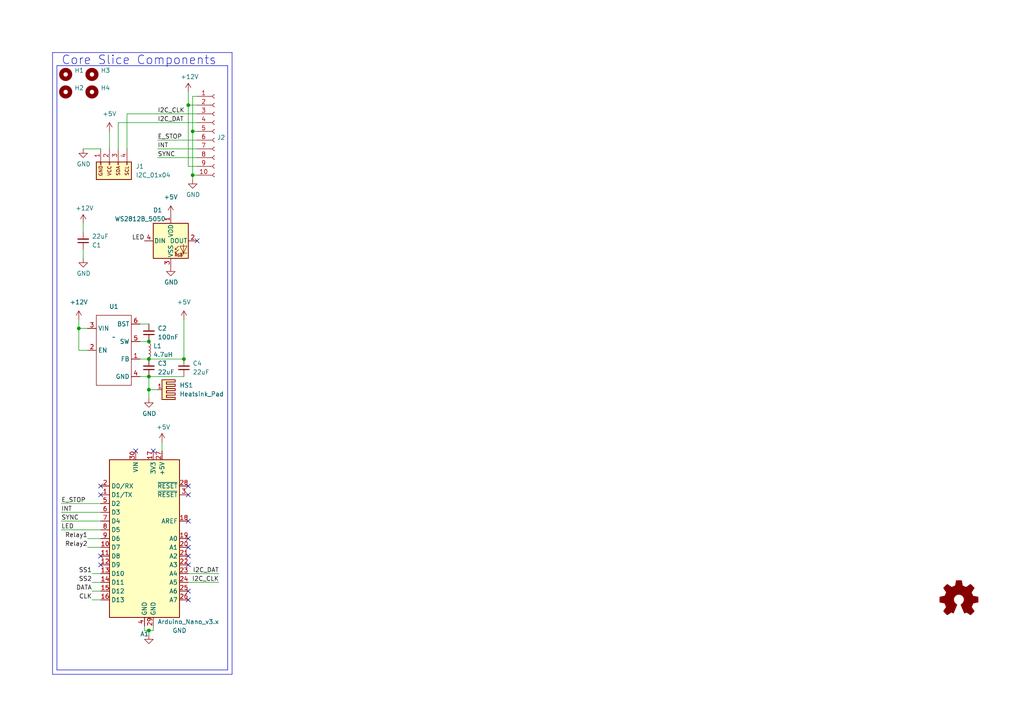
<source format=kicad_sch>
(kicad_sch (version 20231120) (generator "eeschema") (generator_version "8.0")
  (paper "A4")
  (lib_symbols
    (symbol "Connector:Conn_01x10_Female" (pin_names (offset 1.016) hide)
      (property "Reference" "J" (at 0 12.7 0))
      (property "Value" "Conn_01x10_Female" (at 0 -15.24 0))
      (symbol "Conn_01x10_Female_1_1"
        (arc (start 0 -12.192) (mid -0.5058 -12.7) (end 0 -13.208) (stroke (width 0.1524)))
        (arc (start 0 -9.652) (mid -0.5058 -10.16) (end 0 -10.668) (stroke (width 0.1524)))
        (arc (start 0 -7.112) (mid -0.5058 -7.62) (end 0 -8.128) (stroke (width 0.1524)))
        (arc (start 0 -4.572) (mid -0.5058 -5.08) (end 0 -5.588) (stroke (width 0.1524)))
        (arc (start 0 -2.032) (mid -0.5058 -2.54) (end 0 -3.048) (stroke (width 0.1524)))
        (polyline (pts (xy -1.27 -12.7) (xy -0.508 -12.7)) (stroke (width 0.1524)))
        (polyline (pts (xy -1.27 -10.16) (xy -0.508 -10.16)) (stroke (width 0.1524)))
        (polyline (pts (xy -1.27 -7.62) (xy -0.508 -7.62)) (stroke (width 0.1524)))
        (polyline (pts (xy -1.27 -5.08) (xy -0.508 -5.08)) (stroke (width 0.1524)))
        (polyline (pts (xy -1.27 -2.54) (xy -0.508 -2.54)) (stroke (width 0.1524)))
        (polyline (pts (xy -1.27 0) (xy -0.508 0)) (stroke (width 0.1524)))
        (polyline (pts (xy -1.27 2.54) (xy -0.508 2.54)) (stroke (width 0.1524)))
        (polyline (pts (xy -1.27 5.08) (xy -0.508 5.08)) (stroke (width 0.1524)))
        (polyline (pts (xy -1.27 7.62) (xy -0.508 7.62)) (stroke (width 0.1524)))
        (polyline (pts (xy -1.27 10.16) (xy -0.508 10.16)) (stroke (width 0.1524)))
        (arc (start 0 0.508) (mid -0.5058 0) (end 0 -0.508) (stroke (width 0.1524)))
        (arc (start 0 3.048) (mid -0.5058 2.54) (end 0 2.032) (stroke (width 0.1524)))
        (arc (start 0 5.588) (mid -0.5058 5.08) (end 0 4.572) (stroke (width 0.1524)))
        (arc (start 0 8.128) (mid -0.5058 7.62) (end 0 7.112) (stroke (width 0.1524)))
        (arc (start 0 10.668) (mid -0.5058 10.16) (end 0 9.652) (stroke (width 0.1524)))
        (pin passive line (at -5.08 10.16 0) (length 3.81) (name "Pin_1") (number "1"))
        (pin passive line (at -5.08 -12.7 0) (length 3.81) (name "Pin_10") (number "10"))
        (pin passive line (at -5.08 7.62 0) (length 3.81) (name "Pin_2") (number "2"))
        (pin passive line (at -5.08 5.08 0) (length 3.81) (name "Pin_3") (number "3"))
        (pin passive line (at -5.08 2.54 0) (length 3.81) (name "Pin_4") (number "4"))
        (pin passive line (at -5.08 0 0) (length 3.81) (name "Pin_5") (number "5"))
        (pin passive line (at -5.08 -2.54 0) (length 3.81) (name "Pin_6") (number "6"))
        (pin passive line (at -5.08 -5.08 0) (length 3.81) (name "Pin_7") (number "7"))
        (pin passive line (at -5.08 -7.62 0) (length 3.81) (name "Pin_8") (number "8"))
        (pin passive line (at -5.08 -10.16 0) (length 3.81) (name "Pin_9") (number "9"))
      )
    )
    (symbol "Device:C_Small" (pin_numbers hide) (pin_names (offset 0.254) hide)
      (property "Reference" "C" (at 0.254 1.778 0))
      (property "Value" "C_Small" (at 0.254 -2.032 0))
      (symbol "C_Small_0_1"
        (polyline (pts (xy -1.524 -0.508) (xy 1.524 -0.508)) (stroke (width 0.3302)))
        (polyline (pts (xy -1.524 0.508) (xy 1.524 0.508)) (stroke (width 0.3048)))
      )
      (symbol "C_Small_1_1"
        (pin passive line (at 0 2.54 270) (length 2.032) (name "~") (number "1"))
        (pin passive line (at 0 -2.54 90) (length 2.032) (name "~") (number "2"))
      )
    )
    (symbol "Device:L_Small" (pin_numbers hide) (pin_names (offset 0.254) hide)
      (property "Reference" "L" (at 0.762 1.016 0))
      (property "Value" "L_Small" (at 0.762 -1.016 0))
      (symbol "L_Small_0_1"
        (arc (start 0 -2.032) (mid 0.5058 -1.524) (end 0 -1.016))
        (arc (start 0 -1.016) (mid 0.5058 -0.508) (end 0 0))
        (arc (start 0 0) (mid 0.5058 0.508) (end 0 1.016))
        (arc (start 0 1.016) (mid 0.5058 1.524) (end 0 2.032))
      )
      (symbol "L_Small_1_1"
        (pin passive line (at 0 2.54 270) (length 0.508) (name "~") (number "1"))
        (pin passive line (at 0 -2.54 90) (length 0.508) (name "~") (number "2"))
      )
    )
    (symbol "Graphic:Logo_Open_Hardware_Small" (pin_names (offset 1.016))
      (symbol "Logo_Open_Hardware_Small_0_1"
        (polyline (pts (xy 3.3528 -4.3434) (xy 3.302 -4.318) (xy 3.175 -4.2418) (xy 2.9972 -4.1148) (xy 2.7686 -3.9624) (xy 2.54 -3.81) (xy 2.3622 -3.7084) (xy 2.2352 -3.6068) (xy 2.1844 -3.5814) (xy 2.159 -3.6068) (xy 2.0574 -3.6576) (xy 1.905 -3.7338) (xy 1.8034 -3.7846) (xy 1.6764 -3.8354) (xy 1.6002 -3.8354) (xy 1.6002 -3.8354) (xy 1.5494 -3.7338) (xy 1.4732 -3.5306) (xy 1.3462 -3.302) (xy 1.2446 -3.0226) (xy 1.1176 -2.7178) (xy 0.9652 -2.413) (xy 0.8636 -2.1082) (xy 0.7366 -1.8288) (xy 0.6604 -1.6256) (xy 0.6096 -1.4732) (xy 0.5842 -1.397) (xy 0.5842 -1.397) (xy 0.6604 -1.3208) (xy 0.7874 -1.2446) (xy 1.0414 -1.016) (xy 1.2954 -0.6858) (xy 1.4478 -0.3302) (xy 1.524 0.0762) (xy 1.4732 0.4572) (xy 1.3208 0.8128) (xy 1.0668 1.143) (xy 0.762 1.3716) (xy 0.4064 1.524) (xy 0 1.5748) (xy -0.381 1.5494) (xy -0.7366 1.397) (xy -1.0668 1.143) (xy -1.2192 0.9906) (xy -1.397 0.6604) (xy -1.524 0.3048) (xy -1.524 0.2286) (xy -1.4986 -0.1778) (xy -1.397 -0.5334) (xy -1.1938 -0.8636) (xy -0.9144 -1.143) (xy -0.8636 -1.1684) (xy -0.7366 -1.27) (xy -0.635 -1.3462) (xy -0.5842 -1.397) (xy -1.0668 -2.5908) (xy -1.143 -2.794) (xy -1.2954 -3.1242) (xy -1.397 -3.4036) (xy -1.4986 -3.6322) (xy -1.5748 -3.7846) (xy -1.6002 -3.8354) (xy -1.6002 -3.8354) (xy -1.651 -3.8354) (xy -1.7272 -3.81) (xy -1.905 -3.7338) (xy -2.0066 -3.683) (xy -2.1336 -3.6068) (xy -2.2098 -3.5814) (xy -2.2606 -3.6068) (xy -2.3622 -3.683) (xy -2.54 -3.81) (xy -2.7686 -3.9624) (xy -2.9718 -4.0894) (xy -3.1496 -4.2164) (xy -3.302 -4.318) (xy -3.3528 -4.3434) (xy -3.3782 -4.3434) (xy -3.429 -4.318) (xy -3.5306 -4.2164) (xy -3.7084 -4.064) (xy -3.937 -3.8354) (xy -3.9624 -3.81) (xy -4.1656 -3.6068) (xy -4.318 -3.4544) (xy -4.4196 -3.3274) (xy -4.445 -3.2766) (xy -4.445 -3.2766) (xy -4.4196 -3.2258) (xy -4.318 -3.0734) (xy -4.2164 -2.8956) (xy -4.064 -2.667) (xy -3.6576 -2.0828) (xy -3.8862 -1.5494) (xy -3.937 -1.3716) (xy -4.0386 -1.1684) (xy -4.0894 -1.0414) (xy -4.1148 -0.9652) (xy -4.191 -0.9398) (xy -4.318 -0.9144) (xy -4.5466 -0.8636) (xy -4.8006 -0.8128) (xy -5.0546 -0.7874) (xy -5.2578 -0.7366) (xy -5.4356 -0.7112) (xy -5.5118 -0.6858) (xy -5.5118 -0.6858) (xy -5.5372 -0.635) (xy -5.5372 -0.5588) (xy -5.5372 -0.4318) (xy -5.5626 -0.2286) (xy -5.5626 0.0762) (xy -5.5626 0.127) (xy -5.5372 0.4064) (xy -5.5372 0.635) (xy -5.5372 0.762) (xy -5.5372 0.8382) (xy -5.5372 0.8382) (xy -5.461 0.8382) (xy -5.3086 0.889) (xy -5.08 0.9144) (xy -4.826 0.9652) (xy -4.8006 0.9906) (xy -4.5466 1.0414) (xy -4.318 1.0668) (xy -4.1656 1.1176) (xy -4.0894 1.143) (xy -4.0894 1.143) (xy -4.0386 1.2446) (xy -3.9624 1.4224) (xy -3.8608 1.6256) (xy -3.7846 1.8288) (xy -3.7084 2.0066) (xy -3.6576 2.159) (xy -3.6322 2.2098) (xy -3.6322 2.2098) (xy -3.683 2.286) (xy -3.7592 2.413) (xy -3.8862 2.5908) (xy -4.064 2.8194) (xy -4.064 2.8448) (xy -4.2164 3.0734) (xy -4.3434 3.2512) (xy -4.4196 3.3782) (xy -4.445 3.4544) (xy -4.445 3.4544) (xy -4.3942 3.5052) (xy -4.2926 3.6322) (xy -4.1148 3.81) (xy -3.937 4.0132) (xy -3.8608 4.064) (xy -3.6576 4.2926) (xy -3.5052 4.4196) (xy -3.4036 4.4958) (xy -3.3528 4.5212) (xy -3.3528 4.5212) (xy -3.302 4.4704) (xy -3.1496 4.3688) (xy -2.9718 4.2418) (xy -2.7432 4.0894) (xy -2.7178 4.0894) (xy -2.4892 3.937) (xy -2.3114 3.81) (xy -2.1844 3.7084) (xy -2.1336 3.683) (xy -2.1082 3.683) (xy -2.032 3.7084) (xy -1.8542 3.7592) (xy -1.6764 3.8354) (xy -1.4732 3.937) (xy -1.27 4.0132) (xy -1.143 4.064) (xy -1.0668 4.1148) (xy -1.0668 4.1148) (xy -1.0414 4.191) (xy -1.016 4.3434) (xy -0.9652 4.572) (xy -0.9144 4.8514) (xy -0.889 4.9022) (xy -0.8382 5.1562) (xy -0.8128 5.3848) (xy -0.7874 5.5372) (xy -0.762 5.588) (xy -0.7112 5.6134) (xy -0.5842 5.6134) (xy -0.4064 5.6134) (xy -0.1524 5.6134) (xy 0.0762 5.6134) (xy 0.3302 5.6134) (xy 0.5334 5.6134) (xy 0.6858 5.588) (xy 0.7366 5.588) (xy 0.7366 5.588) (xy 0.762 5.5118) (xy 0.8128 5.334) (xy 0.8382 5.1054) (xy 0.9144 4.826) (xy 0.9144 4.7752) (xy 0.9652 4.5212) (xy 1.016 4.2926) (xy 1.0414 4.1402) (xy 1.0668 4.0894) (xy 1.0668 4.0894) (xy 1.1938 4.0386) (xy 1.3716 3.9624) (xy 1.5748 3.8608) (xy 2.0828 3.6576) (xy 2.7178 4.0894) (xy 2.7686 4.1402) (xy 2.9972 4.2926) (xy 3.175 4.4196) (xy 3.302 4.4958) (xy 3.3782 4.5212) (xy 3.3782 4.5212) (xy 3.429 4.4704) (xy 3.556 4.3434) (xy 3.7338 4.191) (xy 3.9116 3.9878) (xy 4.064 3.8354) (xy 4.2418 3.6576) (xy 4.3434 3.556) (xy 4.4196 3.4798) (xy 4.4196 3.429) (xy 4.4196 3.4036) (xy 4.3942 3.3274) (xy 4.2926 3.2004) (xy 4.1656 2.9972) (xy 4.0132 2.794) (xy 3.8862 2.5908) (xy 3.7592 2.3876) (xy 3.6576 2.2352) (xy 3.6322 2.159) (xy 3.6322 2.1336) (xy 3.683 2.0066) (xy 3.7592 1.8288) (xy 3.8608 1.6002) (xy 4.064 1.1176) (xy 4.3942 1.0414) (xy 4.5974 1.016) (xy 4.8768 0.9652) (xy 5.1308 0.9144) (xy 5.5372 0.8382) (xy 5.5626 -0.6604) (xy 5.4864 -0.6858) (xy 5.4356 -0.6858) (xy 5.2832 -0.7366) (xy 5.0546 -0.762) (xy 4.8006 -0.8128) (xy 4.5974 -0.8636) (xy 4.3688 -0.9144) (xy 4.2164 -0.9398) (xy 4.1402 -0.9398) (xy 4.1148 -0.9652) (xy 4.064 -1.0668) (xy 3.9878 -1.2446) (xy 3.9116 -1.4478) (xy 3.81 -1.651) (xy 3.7338 -1.8542) (xy 3.683 -2.0066) (xy 3.6576 -2.0828) (xy 3.683 -2.1336) (xy 3.7846 -2.2606) (xy 3.8862 -2.4638) (xy 4.0386 -2.667) (xy 4.191 -2.8956) (xy 4.318 -3.0734) (xy 4.3942 -3.2004) (xy 4.445 -3.2766) (xy 4.4196 -3.3274) (xy 4.3434 -3.429) (xy 4.1656 -3.5814) (xy 3.937 -3.8354) (xy 3.8862 -3.8608) (xy 3.683 -4.064) (xy 3.5306 -4.2164) (xy 3.4036 -4.318) (xy 3.3528 -4.3434)) (fill (type outline)))
      )
    )
    (symbol "MCU_Module:Arduino_Nano_v3.x"
      (property "Reference" "A" (at -10.16 23.495 0))
      (property "Value" "Arduino_Nano_v3.x" (at 5.08 -24.13 0))
      (symbol "Arduino_Nano_v3.x_0_1"
        (rectangle (start -10.16 22.86) (end 10.16 -22.86) (stroke (width 0.254)) (fill (type background)))
      )
      (symbol "Arduino_Nano_v3.x_1_1"
        (pin bidirectional line (at -12.7 12.7 0) (length 2.54) (name "D1/TX") (number "1"))
        (pin bidirectional line (at -12.7 -2.54 0) (length 2.54) (name "D7") (number "10"))
        (pin bidirectional line (at -12.7 -5.08 0) (length 2.54) (name "D8") (number "11"))
        (pin bidirectional line (at -12.7 -7.62 0) (length 2.54) (name "D9") (number "12"))
        (pin bidirectional line (at -12.7 -10.16 0) (length 2.54) (name "D10") (number "13"))
        (pin bidirectional line (at -12.7 -12.7 0) (length 2.54) (name "D11") (number "14"))
        (pin bidirectional line (at -12.7 -15.24 0) (length 2.54) (name "D12") (number "15"))
        (pin bidirectional line (at -12.7 -17.78 0) (length 2.54) (name "D13") (number "16"))
        (pin power_out line (at 2.54 25.4 270) (length 2.54) (name "3V3") (number "17"))
        (pin input line (at 12.7 5.08 180) (length 2.54) (name "AREF") (number "18"))
        (pin bidirectional line (at 12.7 0 180) (length 2.54) (name "A0") (number "19"))
        (pin bidirectional line (at -12.7 15.24 0) (length 2.54) (name "D0/RX") (number "2"))
        (pin bidirectional line (at 12.7 -2.54 180) (length 2.54) (name "A1") (number "20"))
        (pin bidirectional line (at 12.7 -5.08 180) (length 2.54) (name "A2") (number "21"))
        (pin bidirectional line (at 12.7 -7.62 180) (length 2.54) (name "A3") (number "22"))
        (pin bidirectional line (at 12.7 -10.16 180) (length 2.54) (name "A4") (number "23"))
        (pin bidirectional line (at 12.7 -12.7 180) (length 2.54) (name "A5") (number "24"))
        (pin bidirectional line (at 12.7 -15.24 180) (length 2.54) (name "A6") (number "25"))
        (pin bidirectional line (at 12.7 -17.78 180) (length 2.54) (name "A7") (number "26"))
        (pin power_out line (at 5.08 25.4 270) (length 2.54) (name "+5V") (number "27"))
        (pin input line (at 12.7 15.24 180) (length 2.54) (name "~{RESET}") (number "28"))
        (pin power_in line (at 2.54 -25.4 90) (length 2.54) (name "GND") (number "29"))
        (pin input line (at 12.7 12.7 180) (length 2.54) (name "~{RESET}") (number "3"))
        (pin power_in line (at -2.54 25.4 270) (length 2.54) (name "VIN") (number "30"))
        (pin power_in line (at 0 -25.4 90) (length 2.54) (name "GND") (number "4"))
        (pin bidirectional line (at -12.7 10.16 0) (length 2.54) (name "D2") (number "5"))
        (pin bidirectional line (at -12.7 7.62 0) (length 2.54) (name "D3") (number "6"))
        (pin bidirectional line (at -12.7 5.08 0) (length 2.54) (name "D4") (number "7"))
        (pin bidirectional line (at -12.7 2.54 0) (length 2.54) (name "D5") (number "8"))
        (pin bidirectional line (at -12.7 0 0) (length 2.54) (name "D6") (number "9"))
      )
    )
    (symbol "Mechanical:Heatsink_Pad" (pin_names (offset 0))
      (property "Reference" "HS" (at 0 5.715 0))
      (property "Value" "Heatsink_Pad" (at 0 3.81 0))
      (symbol "Heatsink_Pad_0_1"
        (polyline (pts (xy -0.3302 0) (xy -0.9652 0) (xy -0.9652 2.54) (xy -1.6002 2.54) (xy -1.6002 0) (xy -2.2352 0) (xy -2.2352 2.54) (xy -2.8702 2.54) (xy -2.8702 -1.27) (xy -0.9652 -1.27)) (stroke (width 0.254)) (fill (type background)))
        (polyline (pts (xy -0.3302 0) (xy -0.3302 2.54) (xy 0.3048 2.54) (xy 0.3048 0) (xy 0.9398 0) (xy 0.9398 2.54) (xy 1.5748 2.54) (xy 1.5748 0) (xy 2.2098 0) (xy 2.2098 2.54) (xy 2.8448 2.54) (xy 2.8448 -1.27) (xy -0.9652 -1.27)) (stroke (width 0.254)) (fill (type background)))
      )
      (symbol "Heatsink_Pad_1_1"
        (pin passive line (at 0 -2.54 90) (length 1.27) (name "~") (number "1"))
      )
    )
    (symbol "Mechanical:MountingHole" (pin_names (offset 1.016))
      (property "Reference" "H" (at 0 5.08 0))
      (property "Value" "MountingHole" (at 0 3.175 0))
      (symbol "MountingHole_0_1"
        (circle (center 0 0) (radius 1.27) (stroke (width 1.27)))
      )
    )
    (symbol "SparkFun-Connector:I2C_01x04" (pin_names (offset 1.016) hide)
      (property "Reference" "J" (at 0 5.08 0))
      (property "Value" "I2C_01x04" (at 0 -7.62 0))
      (symbol "I2C_01x04_1_1"
        (rectangle (start -1.27 -4.953) (end -0.508 -5.207) (stroke (width 0.1524)))
        (rectangle (start -1.27 -2.413) (end -0.508 -2.667) (stroke (width 0.1524)))
        (rectangle (start -1.27 0.127) (end -0.508 -0.127) (stroke (width 0.1524)))
        (rectangle (start -1.27 2.667) (end -0.508 2.413) (stroke (width 0.1524)))
        (rectangle (start -1.27 3.81) (end 3.81 -6.35) (stroke (width 0.254)) (fill (type background)))
        (text "GND" (at 1.27 -5.08 0) (effects (font (size 1 1))))
        (text "SCL" (at 1.27 2.54 0) (effects (font (size 1 1))))
        (text "SDA" (at 1.27 0 0) (effects (font (size 1 1))))
        (text "VCC" (at 1.27 -2.54 0) (effects (font (size 1 1))))
        (pin passive line (at -5.08 -5.08 0) (length 3.81) (name "Pin_1") (number "1"))
        (pin passive line (at -5.08 -2.54 0) (length 3.81) (name "Pin_2") (number "2"))
        (pin passive line (at -5.08 0 0) (length 3.81) (name "Pin_3") (number "3"))
        (pin passive line (at -5.08 2.54 0) (length 3.81) (name "Pin_4") (number "4"))
      )
    )
    (symbol "SparkFun-DiscreteSemi:AP63205"
      (property "Reference" "U" (at 0 7.62 0))
      (symbol "AP63205_0_1"
        (rectangle (start -5.08 6.35) (end 5.08 -13.97))
      )
      (symbol "AP63205_1_1"
        (pin input line (at 7.62 -6.35 180) (length 2.54) (name "FB") (number "1"))
        (pin input line (at -7.62 -3.81 0) (length 2.54) (name "EN") (number "2"))
        (pin input line (at -7.62 2.54 0) (length 2.54) (name "VIN") (number "3"))
        (pin input line (at 7.62 -11.43 180) (length 2.54) (name "GND") (number "4"))
        (pin input line (at 7.62 -1.27 180) (length 2.54) (name "SW") (number "5"))
        (pin input line (at 7.62 3.81 180) (length 2.54) (name "BST") (number "6"))
      )
    )
    (symbol "SparkFun-LED:WS2812B_5050" (pin_names (offset 0.254))
      (property "Reference" "D" (at 5.08 5.715 0))
      (property "Value" "WS2812B_5050" (at 1.27 -5.715 0))
      (symbol "WS2812B_5050_0_0"
        (text "RGB" (at 2.286 -4.191 0) (effects (font (size 0.762 0.762))))
      )
      (symbol "WS2812B_5050_0_1"
        (polyline (pts (xy 1.27 -3.556) (xy 1.778 -3.556)))
        (polyline (pts (xy 1.27 -2.54) (xy 1.778 -2.54)))
        (polyline (pts (xy 4.699 -3.556) (xy 2.667 -3.556)))
        (polyline (pts (xy 2.286 -2.54) (xy 1.27 -3.556) (xy 1.27 -3.048)))
        (polyline (pts (xy 2.286 -1.524) (xy 1.27 -2.54) (xy 1.27 -2.032)))
        (polyline (pts (xy 3.683 -1.016) (xy 3.683 -3.556) (xy 3.683 -4.064)))
        (polyline (pts (xy 4.699 -1.524) (xy 2.667 -1.524) (xy 3.683 -3.556) (xy 4.699 -1.524)))
        (rectangle (start 5.08 5.08) (end -5.08 -5.08) (stroke (width 0.254)) (fill (type background)))
      )
      (symbol "WS2812B_5050_1_1"
        (pin power_in line (at 0 7.62 270) (length 2.54) (name "VDD") (number "1"))
        (pin output line (at 7.62 0 180) (length 2.54) (name "DOUT") (number "2"))
        (pin power_in line (at 0 -7.62 90) (length 2.54) (name "VSS") (number "3"))
        (pin input line (at -7.62 0 0) (length 2.54) (name "DIN") (number "4"))
      )
    )
    (symbol "power:+12V" (power) (pin_names (offset 0))
      (property "Value" "+12V" (at 0 3.556 0))
      (symbol "+12V_0_1"
        (polyline (pts (xy -0.762 1.27) (xy 0 2.54)))
        (polyline (pts (xy 0 0) (xy 0 2.54)))
        (polyline (pts (xy 0 2.54) (xy 0.762 1.27)))
      )
      (symbol "+12V_1_1"
        (pin power_in line (at 0 0 90) (length 0) hide (name "+12V") (number "1"))
      )
    )
    (symbol "power:+5V" (power) (pin_names (offset 0))
      (property "Value" "+5V" (at 0 3.556 0))
      (symbol "+5V_0_1"
        (polyline (pts (xy -0.762 1.27) (xy 0 2.54)))
        (polyline (pts (xy 0 0) (xy 0 2.54)))
        (polyline (pts (xy 0 2.54) (xy 0.762 1.27)))
      )
      (symbol "+5V_1_1"
        (pin power_in line (at 0 0 90) (length 0) hide (name "+5V") (number "1"))
      )
    )
    (symbol "power:GND" (power) (pin_names (offset 0))
      (property "Value" "GND" (at 0 -3.81 0))
      (symbol "GND_0_1"
        (polyline (pts (xy 0 0) (xy 0 -1.27) (xy 1.27 -1.27) (xy 0 -2.54) (xy -1.27 -1.27) (xy 0 -1.27)))
      )
      (symbol "GND_1_1"
        (pin power_in line (at 0 0 270) (length 0) hide (name "GND") (number "1"))
      )
    )
  )
  (junction (at 54.61 30.48))
  (junction (at 43.18 109.22))
  (junction (at 55.88 50.8))
  (junction (at 43.18 99.06))
  (junction (at 43.18 113.03))
  (junction (at 43.18 104.14))
  (junction (at 22.86 95.25))
  (junction (at 53.34 104.14))
  (junction (at 55.88 38.1))
  (junction (at 43.18 182.88))
  (no_connect (at 39.37 130.81))
  (no_connect (at 54.61 171.45))
  (no_connect (at 29.21 161.29))
  (no_connect (at 29.21 143.51))
  (no_connect (at 54.61 161.29))
  (no_connect (at 54.61 173.99))
  (no_connect (at 54.61 140.97))
  (no_connect (at 54.61 158.75))
  (no_connect (at 54.61 156.21))
  (no_connect (at 54.61 151.13))
  (no_connect (at 29.21 140.97))
  (no_connect (at 54.61 143.51))
  (no_connect (at 44.45 130.81))
  (no_connect (at 29.21 163.83))
  (no_connect (at 54.61 163.83))
  (no_connect (at 57.15 69.85))
  (wire (pts (xy 54.61 30.48) (xy 57.15 30.48)))
  (wire (pts (xy 54.61 26.67) (xy 54.61 30.48)))
  (polyline (pts (xy 15.24 195.58) (xy 67.31 195.58)))
  (wire (pts (xy 41.91 181.61) (xy 41.91 182.88)))
  (wire (pts (xy 22.86 95.25) (xy 25.4 95.25)))
  (wire (pts (xy 40.64 109.22) (xy 43.18 109.22)))
  (wire (pts (xy 36.83 33.02) (xy 57.15 33.02)))
  (wire (pts (xy 43.18 104.14) (xy 53.34 104.14)))
  (wire (pts (xy 43.18 115.57) (xy 43.18 113.03)))
  (wire (pts (xy 40.64 99.06) (xy 43.18 99.06)))
  (wire (pts (xy 57.15 50.8) (xy 55.88 50.8)))
  (wire (pts (xy 25.4 156.21) (xy 29.21 156.21)))
  (wire (pts (xy 24.13 72.39) (xy 24.13 74.93)))
  (wire (pts (xy 57.15 48.26) (xy 54.61 48.26)))
  (wire (pts (xy 29.21 146.05) (xy 17.78 146.05)))
  (wire (pts (xy 36.83 43.18) (xy 36.83 33.02)))
  (wire (pts (xy 34.29 43.18) (xy 34.29 35.56)))
  (wire (pts (xy 43.18 182.88) (xy 44.45 182.88)))
  (polyline (pts (xy 15.24 15.24) (xy 15.24 195.58)))
  (wire (pts (xy 40.64 93.98) (xy 43.18 93.98)))
  (wire (pts (xy 45.72 43.18) (xy 57.15 43.18)))
  (wire (pts (xy 44.45 182.88) (xy 44.45 181.61)))
  (wire (pts (xy 46.99 128.27) (xy 46.99 130.81)))
  (wire (pts (xy 55.88 52.07) (xy 55.88 50.8)))
  (polyline (pts (xy 66.04 19.05) (xy 16.51 19.05)))
  (wire (pts (xy 55.88 27.94) (xy 57.15 27.94)))
  (wire (pts (xy 53.34 104.14) (xy 53.34 92.71)))
  (wire (pts (xy 17.78 153.67) (xy 29.21 153.67)))
  (wire (pts (xy 55.88 38.1) (xy 55.88 27.94)))
  (wire (pts (xy 24.13 43.18) (xy 29.21 43.18)))
  (wire (pts (xy 45.72 45.72) (xy 57.15 45.72)))
  (wire (pts (xy 17.78 148.59) (xy 29.21 148.59)))
  (wire (pts (xy 57.15 38.1) (xy 55.88 38.1)))
  (polyline (pts (xy 16.51 194.31) (xy 66.04 194.31)))
  (wire (pts (xy 22.86 92.71) (xy 22.86 95.25)))
  (wire (pts (xy 45.72 113.03) (xy 43.18 113.03)))
  (wire (pts (xy 26.67 171.45) (xy 29.21 171.45)))
  (wire (pts (xy 55.88 50.8) (xy 55.88 38.1)))
  (wire (pts (xy 25.4 158.75) (xy 29.21 158.75)))
  (wire (pts (xy 22.86 101.6) (xy 25.4 101.6)))
  (polyline (pts (xy 16.51 19.05) (xy 16.51 194.31)))
  (wire (pts (xy 43.18 113.03) (xy 43.18 109.22)))
  (wire (pts (xy 26.67 166.37) (xy 29.21 166.37)))
  (wire (pts (xy 31.75 38.1) (xy 31.75 43.18)))
  (polyline (pts (xy 67.31 15.24) (xy 15.24 15.24)))
  (wire (pts (xy 41.91 182.88) (xy 43.18 182.88)))
  (polyline (pts (xy 67.31 195.58) (xy 67.31 15.24)))
  (wire (pts (xy 54.61 168.91) (xy 63.5 168.91)))
  (polyline (pts (xy 66.04 194.31) (xy 66.04 19.05)))
  (wire (pts (xy 63.5 166.37) (xy 54.61 166.37)))
  (wire (pts (xy 17.78 151.13) (xy 29.21 151.13)))
  (wire (pts (xy 40.64 104.14) (xy 43.18 104.14)))
  (wire (pts (xy 24.13 64.77) (xy 24.13 67.31)))
  (wire (pts (xy 34.29 35.56) (xy 57.15 35.56)))
  (wire (pts (xy 22.86 101.6) (xy 22.86 95.25)))
  (wire (pts (xy 43.18 109.22) (xy 53.34 109.22)))
  (wire (pts (xy 43.18 182.88) (xy 43.18 184.15)))
  (wire (pts (xy 57.15 40.64) (xy 45.72 40.64)))
  (wire (pts (xy 26.67 168.91) (xy 29.21 168.91)))
  (wire (pts (xy 26.67 173.99) (xy 29.21 173.99)))
  (wire (pts (xy 54.61 48.26) (xy 54.61 30.48)))
  (text "Core Slice Components" (at 17.78 19.05 0) (effects (font (size 2.54 2.54)) (justify left bottom)))
  (label "INT" (at 17.78 148.59 0))
  (label "Relay1" (at 25.4 156.21 180))
  (label "I2C_DAT" (at 63.5 166.37 180))
  (label "LED" (at 41.91 69.85 180))
  (label "DATA" (at 26.67 171.45 180))
  (label "E_STOP" (at 17.78 146.05 0))
  (label "I2C_DAT" (at 45.72 35.56 0))
  (label "INT" (at 45.72 43.18 0))
  (label "I2C_CLK" (at 45.72 33.02 0))
  (label "SYNC" (at 17.78 151.13 0))
  (label "SS1" (at 26.67 166.37 180))
  (label "E_STOP" (at 45.72 40.64 0))
  (label "SS2" (at 26.67 168.91 180))
  (label "SYNC" (at 45.72 45.72 0))
  (label "Relay2" (at 25.4 158.75 180))
  (label "I2C_CLK" (at 63.5 168.91 180))
  (label "CLK" (at 26.67 173.99 180))
  (label "LED" (at 17.78 153.67 0))
  (symbol (lib_id "Graphic:Logo_Open_Hardware_Small") (at 278.13 173.99 0) (unit 1)
    (property "Reference" "Logo1" (effects (hide yes)))
    (property "Value" "Logo_Open_Hardware_Small" (effects (hide yes)))
    (property "Footprint" "Symbol:OSHW-Symbol_6.7x6mm_SilkScreen" (effects (hide yes)))
  )
  (symbol (lib_id "Mechanical:MountingHole") (at 26.67 26.67 0) (unit 1)
    (property "Reference" "H4" (at 29.21 25.5016 0) (effects (justify left)))
    (property "Value" "MountingHole" (effects (hide yes)))
    (property "Footprint" "MountingHole:MountingHole_5mm" (effects (hide yes)))
  )
  (symbol (lib_id "SparkFun-Connector:I2C_01x04") (at 34.29 48.26 270) (unit 1)
    (property "Reference" "J1" (at 39.37 48.26 90) (effects (justify left)))
    (property "Value" "I2C_01x04" (at 39.37 50.8 90) (effects (justify left)))
    (property "Footprint" "Connector_JST:JST_SH_SM04B-SRSS-TB_1x04-1MP_P1.00mm_Horizontal" (effects (hide yes)))
  )
  (symbol (lib_id "MCU_Module:Arduino_Nano_v3.x") (at 41.91 156.21 0) (unit 1)
    (property "Reference" "A1" (at 41.91 183.8706 0))
    (property "Value" "Arduino_Nano_v3.x" (at 54.61 180.34 0))
    (property "Footprint" "Module:Arduino_Nano" (effects (hide yes)))
    (property "Datasheet" "http://www.mouser.com/pdfdocs/Gravitech_Arduino_Nano3_0.pdf" (effects (hide yes)))
  )
  (symbol (lib_id "power:GND") (at 49.53 77.47 0) (unit 1)
    (property "Reference" "#PWR010" (effects (hide yes)))
    (property "Value" "GND" (at 49.657 81.8642 0))
  )
  (symbol (lib_id "Device:C_Small") (at 43.18 106.68 180) (unit 1)
    (property "Reference" "C3" (at 45.72 105.4036 0) (effects (justify right)))
    (property "Value" "22uF" (at 45.72 107.9436 0) (effects (justify right)))
    (property "Footprint" "Capacitor_SMD:C_1206_3216Metric" (effects (hide yes)))
  )
  (symbol (lib_id "power:GND") (at 43.18 184.15 0) (unit 1)
    (property "Reference" "#PWR07" (effects (hide yes)))
    (property "Value" "GND" (at 52.07 182.88 0))
  )
  (symbol (lib_id "Device:C_Small") (at 24.13 69.85 0) (mirror x) (unit 1)
    (property "Reference" "C1" (at 26.67 71.1137 0) (effects (justify left)))
    (property "Value" "22uF" (at 26.67 68.5737 0) (effects (justify left)))
    (property "Footprint" "Capacitor_SMD:C_1206_3216Metric" (effects (hide yes)))
  )
  (symbol (lib_id "power:GND") (at 43.18 115.57 0) (unit 1)
    (property "Reference" "#PWR06" (effects (hide yes)))
    (property "Value" "GND" (at 43.307 119.9642 0))
  )
  (symbol (lib_id "power:GND") (at 24.13 43.18 0) (unit 1)
    (property "Reference" "#PWR02" (effects (hide yes)))
    (property "Value" "GND" (at 24.257 47.5742 0))
  )
  (symbol (lib_id "Device:L_Small") (at 43.18 101.6 0) (unit 1)
    (property "Reference" "L1" (at 44.45 100.33 0) (effects (justify left)))
    (property "Value" "4.7uH" (at 44.45 102.87 0) (effects (justify left)))
    (property "Footprint" "Inductor_SMD:L_1210_3225Metric" (effects (hide yes)))
  )
  (symbol (lib_id "Mechanical:MountingHole") (at 19.05 21.59 0) (unit 1)
    (property "Reference" "H1" (at 21.59 20.4216 0) (effects (justify left)))
    (property "Value" "MountingHole" (effects (hide yes)))
    (property "Footprint" "MountingHole:MountingHole_5mm" (effects (hide yes)))
  )
  (symbol (lib_id "SparkFun-DiscreteSemi:AP63205") (at 33.02 97.79 0) (unit 1)
    (property "Reference" "U1" (at 33.02 88.9 0))
    (property "Value" "~" (at 33.02 97.79 0))
    (property "Footprint" "Package_TO_SOT_SMD:TSOT-23-6" (effects (hide yes)))
  )
  (symbol (lib_id "power:+12V") (at 54.61 26.67 0) (unit 1)
    (property "Reference" "#PWR012" (effects (hide yes)))
    (property "Value" "+12V" (at 54.991 22.2758 0))
  )
  (symbol (lib_id "power:+5V") (at 53.34 92.71 0) (unit 1)
    (property "Reference" "#PWR011" (effects (hide yes)))
    (property "Value" "+5V" (at 53.34 87.63 0))
  )
  (symbol (lib_id "power:+5V") (at 31.75 38.1 0) (unit 1)
    (property "Reference" "#PWR05" (effects (hide yes)))
    (property "Value" "+5V" (at 31.75 33.02 0))
  )
  (symbol (lib_id "Mechanical:MountingHole") (at 19.05 26.67 0) (unit 1)
    (property "Reference" "H2" (at 21.59 25.5016 0) (effects (justify left)))
    (property "Value" "MountingHole" (effects (hide yes)))
    (property "Footprint" "MountingHole:MountingHole_5mm" (effects (hide yes)))
  )
  (symbol (lib_id "power:GND") (at 24.13 74.93 0) (unit 1)
    (property "Reference" "#PWR04" (effects (hide yes)))
    (property "Value" "GND" (at 24.257 79.3242 0))
  )
  (symbol (lib_id "Mechanical:MountingHole") (at 26.67 21.59 0) (unit 1)
    (property "Reference" "H3" (at 29.21 20.4216 0) (effects (justify left)))
    (property "Value" "MountingHole" (effects (hide yes)))
    (property "Footprint" "MountingHole:MountingHole_5mm" (effects (hide yes)))
  )
  (symbol (lib_id "Device:C_Small") (at 53.34 106.68 180) (unit 1)
    (property "Reference" "C4" (at 55.88 105.4036 0) (effects (justify right)))
    (property "Value" "22uF" (at 55.88 107.9436 0) (effects (justify right)))
    (property "Footprint" "Capacitor_SMD:C_1206_3216Metric" (effects (hide yes)))
  )
  (symbol (lib_id "power:+12V") (at 22.86 92.71 0) (unit 1)
    (property "Reference" "#PWR01" (effects (hide yes)))
    (property "Value" "+12V" (at 22.86 87.63 0))
  )
  (symbol (lib_id "SparkFun-LED:WS2812B_5050") (at 49.53 69.85 0) (unit 1)
    (property "Reference" "D1" (at 45.72 60.96 0))
    (property "Value" "WS2812B_5050" (at 40.64 63.5 0))
    (property "Footprint" "SparkFun-LED:WS2812-5050-4PIN" (effects (hide yes)))
    (property "Datasheet" "https://cdn.sparkfun.com/datasheets/BreakoutBoards/WS2812B.pdf" (effects (hide yes)))
  )
  (symbol (lib_id "Connector:Conn_01x10_Female") (at 62.23 38.1 0) (unit 1)
    (property "Reference" "J2" (at 62.9412 39.878 0) (effects (justify left)))
    (property "Value" "Conn_01x10_Female" (effects (hide yes)))
    (property "Footprint" "Connector_PinSocket_2.54mm:PinSocket_1x10_P2.54mm_Horizontal" (effects (hide yes)))
  )
  (symbol (lib_id "Device:C_Small") (at 43.18 96.52 180) (unit 1)
    (property "Reference" "C2" (at 45.72 95.2436 0) (effects (justify right)))
    (property "Value" "100nF" (at 45.72 97.7836 0) (effects (justify right)))
    (property "Footprint" "Capacitor_SMD:C_1206_3216Metric" (effects (hide yes)))
  )
  (symbol (lib_id "Mechanical:Heatsink_Pad") (at 48.26 113.03 270) (unit 1)
    (property "Reference" "HS1" (at 52.07 111.7473 90) (effects (justify left)))
    (property "Value" "Heatsink_Pad" (at 52.07 114.2873 90) (effects (justify left)))
    (property "Footprint" "SparkFun-Fuse:Thermal Pad" (effects (hide yes)))
  )
  (symbol (lib_id "power:+12V") (at 24.13 64.77 0) (unit 1)
    (property "Reference" "#PWR03" (effects (hide yes)))
    (property "Value" "+12V" (at 24.511 60.3758 0))
  )
  (symbol (lib_id "power:GND") (at 55.88 52.07 0) (unit 1)
    (property "Reference" "#PWR013" (effects (hide yes)))
    (property "Value" "GND" (at 56.007 56.4642 0))
  )
  (symbol (lib_id "power:+5V") (at 46.99 128.27 0) (unit 1)
    (property "Reference" "#PWR08" (effects (hide yes)))
    (property "Value" "+5V" (at 47.371 123.8758 0))
  )
  (symbol (lib_id "power:+5V") (at 49.53 62.23 0) (unit 1)
    (property "Reference" "#PWR09" (effects (hide yes)))
    (property "Value" "+5V" (at 49.53 57.15 0))
  )
)
</source>
